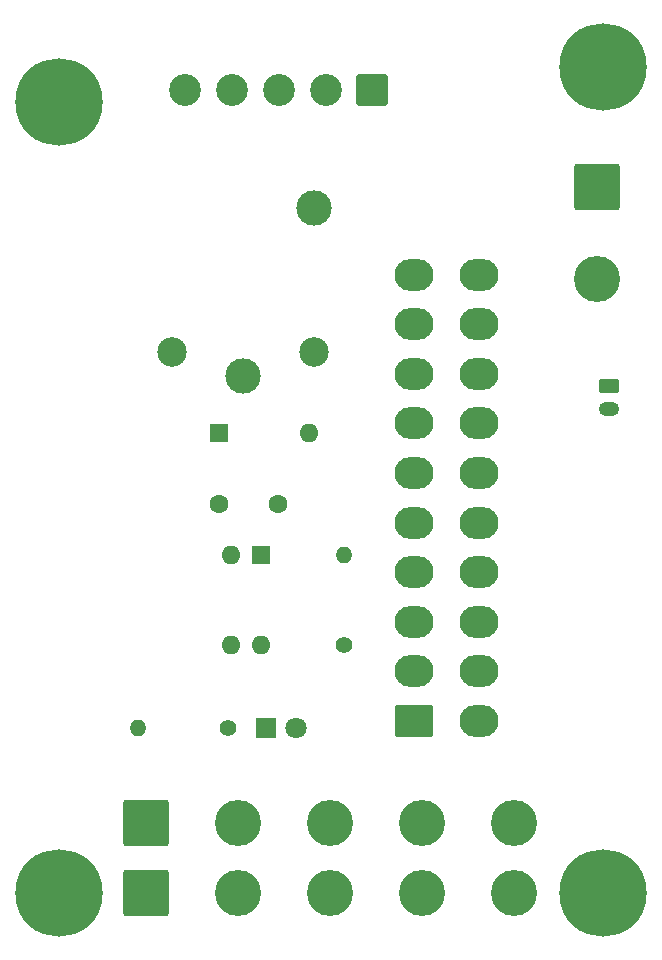
<source format=gts>
G04 #@! TF.GenerationSoftware,KiCad,Pcbnew,8.0.5*
G04 #@! TF.CreationDate,2024-11-13T07:16:47+00:00*
G04 #@! TF.ProjectId,PSU Adapter 2,50535520-4164-4617-9074-657220322e6b,0.2*
G04 #@! TF.SameCoordinates,Original*
G04 #@! TF.FileFunction,Soldermask,Top*
G04 #@! TF.FilePolarity,Negative*
%FSLAX46Y46*%
G04 Gerber Fmt 4.6, Leading zero omitted, Abs format (unit mm)*
G04 Created by KiCad (PCBNEW 8.0.5) date 2024-11-13 07:16:47*
%MOMM*%
%LPD*%
G01*
G04 APERTURE LIST*
G04 Aperture macros list*
%AMRoundRect*
0 Rectangle with rounded corners*
0 $1 Rounding radius*
0 $2 $3 $4 $5 $6 $7 $8 $9 X,Y pos of 4 corners*
0 Add a 4 corners polygon primitive as box body*
4,1,4,$2,$3,$4,$5,$6,$7,$8,$9,$2,$3,0*
0 Add four circle primitives for the rounded corners*
1,1,$1+$1,$2,$3*
1,1,$1+$1,$4,$5*
1,1,$1+$1,$6,$7*
1,1,$1+$1,$8,$9*
0 Add four rect primitives between the rounded corners*
20,1,$1+$1,$2,$3,$4,$5,0*
20,1,$1+$1,$4,$5,$6,$7,0*
20,1,$1+$1,$6,$7,$8,$9,0*
20,1,$1+$1,$8,$9,$2,$3,0*%
G04 Aperture macros list end*
%ADD10R,1.800000X1.800000*%
%ADD11C,1.800000*%
%ADD12R,1.600000X1.600000*%
%ADD13O,1.600000X1.600000*%
%ADD14RoundRect,0.250001X1.399999X-1.099999X1.399999X1.099999X-1.399999X1.099999X-1.399999X-1.099999X0*%
%ADD15O,3.300000X2.700000*%
%ADD16RoundRect,0.250002X-1.699998X-1.699998X1.699998X-1.699998X1.699998X1.699998X-1.699998X1.699998X0*%
%ADD17C,3.900000*%
%ADD18C,1.400000*%
%ADD19O,1.400000X1.400000*%
%ADD20RoundRect,0.250002X-1.699998X1.699998X-1.699998X-1.699998X1.699998X-1.699998X1.699998X1.699998X0*%
%ADD21C,7.400000*%
%ADD22C,3.000000*%
%ADD23C,2.500000*%
%ADD24C,1.600000*%
%ADD25RoundRect,0.250001X1.099999X1.099999X-1.099999X1.099999X-1.099999X-1.099999X1.099999X-1.099999X0*%
%ADD26C,2.700000*%
%ADD27RoundRect,0.250000X-0.625000X0.350000X-0.625000X-0.350000X0.625000X-0.350000X0.625000X0.350000X0*%
%ADD28O,1.750000X1.200000*%
G04 APERTURE END LIST*
D10*
X122000000Y-161000000D03*
D11*
X124540000Y-161000000D03*
D12*
X118000000Y-136000000D03*
D13*
X125620000Y-136000000D03*
D12*
X121540000Y-146380000D03*
D13*
X119000000Y-146380000D03*
X119000000Y-154000000D03*
X121540000Y-154000000D03*
D14*
X134500000Y-160400000D03*
D15*
X134500000Y-156200000D03*
X134500000Y-152000000D03*
X134500000Y-147800000D03*
X134500000Y-143600000D03*
X134500000Y-139400000D03*
X134500000Y-135200000D03*
X134500000Y-131000000D03*
X134500000Y-126800000D03*
X134500000Y-122600000D03*
X140000000Y-160400000D03*
X140000000Y-156200000D03*
X140000000Y-152000000D03*
X140000000Y-147800000D03*
X140000000Y-143600000D03*
X140000000Y-139400000D03*
X140000000Y-135200000D03*
X140000000Y-131000000D03*
X140000000Y-126800000D03*
X140000000Y-122600000D03*
D16*
X111800000Y-174950000D03*
D17*
X119600000Y-174950000D03*
X127400000Y-174950000D03*
X135200000Y-174950000D03*
X143000000Y-174950000D03*
D18*
X118810000Y-161000000D03*
D19*
X111190000Y-161000000D03*
D18*
X128620000Y-154000000D03*
D19*
X128620000Y-146380000D03*
D20*
X150000000Y-115200000D03*
D17*
X150000000Y-123000000D03*
D21*
X104500000Y-175000000D03*
D22*
X120000000Y-131150000D03*
D23*
X126050000Y-129200000D03*
D22*
X126050000Y-117000000D03*
D23*
X114050000Y-129200000D03*
D21*
X150500000Y-175000000D03*
X104500000Y-108000000D03*
D24*
X123000000Y-142000000D03*
X118000000Y-142000000D03*
D21*
X150500000Y-105000000D03*
D16*
X111800000Y-169000000D03*
D17*
X119600000Y-169000000D03*
X127400000Y-169000000D03*
X135200000Y-169000000D03*
X143000000Y-169000000D03*
D25*
X131000000Y-107000000D03*
D26*
X127040000Y-107000000D03*
X123080000Y-107000000D03*
X119120000Y-107000000D03*
X115160000Y-107000000D03*
D27*
X151000000Y-132000000D03*
D28*
X151000000Y-134000000D03*
M02*

</source>
